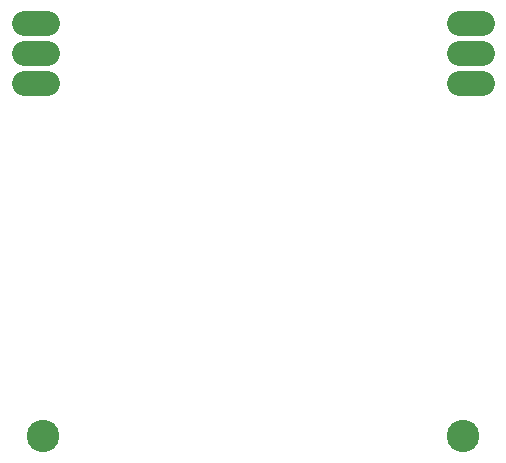
<source format=gbs>
G75*
%MOIN*%
%OFA0B0*%
%FSLAX25Y25*%
%IPPOS*%
%LPD*%
%AMOC8*
5,1,8,0,0,1.08239X$1,22.5*
%
%ADD10C,0.10800*%
%ADD11C,0.08200*%
D10*
X0036600Y0171600D03*
X0176600Y0171600D03*
D11*
X0175400Y0289100D02*
X0182800Y0289100D01*
X0182800Y0299100D02*
X0175400Y0299100D01*
X0175400Y0309100D02*
X0182800Y0309100D01*
X0037800Y0309100D02*
X0030400Y0309100D01*
X0030400Y0299100D02*
X0037800Y0299100D01*
X0037800Y0289100D02*
X0030400Y0289100D01*
M02*

</source>
